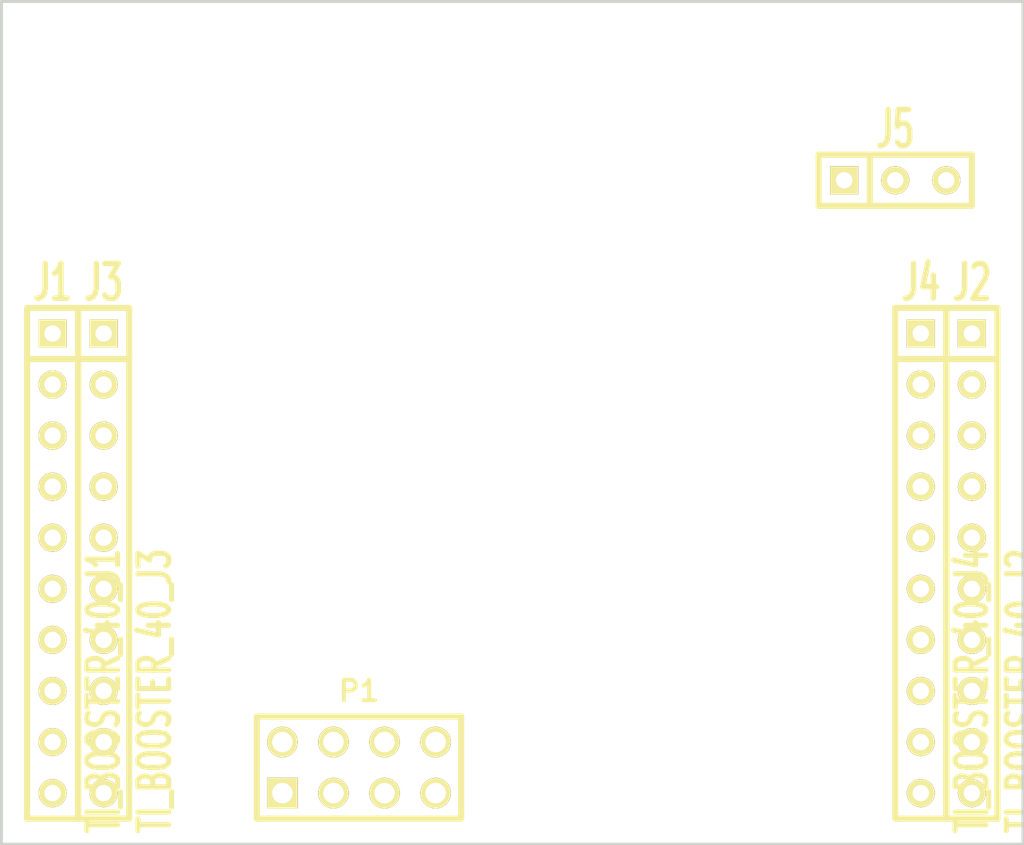
<source format=kicad_pcb>
(kicad_pcb (version 3) (host pcbnew "(22-Jun-2014 BZR 4027)-stable")

  (general
    (links 6)
    (no_connects 6)
    (area 182.804999 105.335069 233.755001 147.395001)
    (thickness 1.6)
    (drawings 9)
    (tracks 0)
    (zones 0)
    (modules 6)
    (nets 3)
  )

  (page A3)
  (layers
    (15 Front signal hide)
    (0 Back signal hide)
    (16 B.Adhes user hide)
    (17 F.Adhes user hide)
    (18 B.Paste user hide)
    (19 F.Paste user hide)
    (20 B.SilkS user hide)
    (21 F.SilkS user hide)
    (22 B.Mask user hide)
    (23 F.Mask user hide)
    (24 Dwgs.User user hide)
    (28 Edge.Cuts user)
  )

  (setup
    (last_trace_width 0.254)
    (trace_clearance 0.254)
    (zone_clearance 0.508)
    (zone_45_only no)
    (trace_min 0.254)
    (segment_width 0.20066)
    (edge_width 0.14986)
    (via_size 0.889)
    (via_drill 0.635)
    (via_min_size 0.889)
    (via_min_drill 0.508)
    (uvia_size 0.508)
    (uvia_drill 0.127)
    (uvias_allowed no)
    (uvia_min_size 0.508)
    (uvia_min_drill 0.127)
    (pcb_text_width 0.3)
    (pcb_text_size 1 1)
    (mod_edge_width 0.14986)
    (mod_text_size 1 1)
    (mod_text_width 0.15)
    (pad_size 1 1)
    (pad_drill 0.6)
    (pad_to_mask_clearance 0)
    (aux_axis_origin 0 0)
    (visible_elements 7FFFFFFF)
    (pcbplotparams
      (layerselection 3178497)
      (usegerberextensions true)
      (excludeedgelayer true)
      (linewidth 0.150000)
      (plotframeref false)
      (viasonmask false)
      (mode 1)
      (useauxorigin false)
      (hpglpennumber 1)
      (hpglpenspeed 20)
      (hpglpendiameter 15)
      (hpglpenoverlay 2)
      (psnegative false)
      (psa4output false)
      (plotreference true)
      (plotvalue true)
      (plotothertext true)
      (plotinvisibletext false)
      (padsonsilk false)
      (subtractmaskfromsilk false)
      (outputformat 1)
      (mirror false)
      (drillshape 1)
      (scaleselection 1)
      (outputdirectory ""))
  )

  (net 0 "")
  (net 1 GND)
  (net 2 VCC)

  (net_class Default "This is the default net class."
    (clearance 0.254)
    (trace_width 0.254)
    (via_dia 0.889)
    (via_drill 0.635)
    (uvia_dia 0.508)
    (uvia_drill 0.127)
    (add_net "")
    (add_net GND)
    (add_net VCC)
  )

  (module SIL-10 (layer Front) (tedit 5080DEE6) (tstamp 5080DE37)
    (at 231.14 133.35 270)
    (descr "Connecteur 10 pins")
    (tags "CONN DEV")
    (path /5080DBF4)
    (fp_text reference J2 (at -13.97 0 360) (layer F.SilkS)
      (effects (font (size 1.72974 1.08712) (thickness 0.3048)))
    )
    (fp_text value TI_BOOSTER_40_J2 (at 6.35 -2.54 270) (layer F.SilkS)
      (effects (font (size 1.524 1.016) (thickness 0.3048)))
    )
    (fp_line (start -12.7 1.27) (end -12.7 -1.27) (layer F.SilkS) (width 0.3048))
    (fp_line (start -12.7 -1.27) (end 12.7 -1.27) (layer F.SilkS) (width 0.3048))
    (fp_line (start 12.7 -1.27) (end 12.7 1.27) (layer F.SilkS) (width 0.3048))
    (fp_line (start 12.7 1.27) (end -12.7 1.27) (layer F.SilkS) (width 0.3048))
    (fp_line (start -10.16 1.27) (end -10.16 -1.27) (layer F.SilkS) (width 0.3048))
    (pad 1 thru_hole rect (at -11.43 0 270) (size 1.397 1.397) (drill 0.8128)
      (layers *.Cu *.Mask F.SilkS)
      (net 1 GND)
    )
    (pad 2 thru_hole circle (at -8.89 0 270) (size 1.397 1.397) (drill 0.8128)
      (layers *.Cu *.Mask F.SilkS)
    )
    (pad 3 thru_hole circle (at -6.35 0 270) (size 1.397 1.397) (drill 0.8128)
      (layers *.Cu *.Mask F.SilkS)
    )
    (pad 4 thru_hole circle (at -3.81 0 270) (size 1.397 1.397) (drill 0.8128)
      (layers *.Cu *.Mask F.SilkS)
    )
    (pad 5 thru_hole circle (at -1.27 0 270) (size 1.397 1.397) (drill 0.8128)
      (layers *.Cu *.Mask F.SilkS)
    )
    (pad 6 thru_hole circle (at 1.27 0 270) (size 1.397 1.397) (drill 0.8128)
      (layers *.Cu *.Mask F.SilkS)
    )
    (pad 7 thru_hole circle (at 3.81 0 270) (size 1.397 1.397) (drill 0.8128)
      (layers *.Cu *.Mask F.SilkS)
    )
    (pad 8 thru_hole circle (at 6.35 0 270) (size 1.397 1.397) (drill 0.8128)
      (layers *.Cu *.Mask F.SilkS)
    )
    (pad 9 thru_hole circle (at 8.89 0 270) (size 1.397 1.397) (drill 0.8128)
      (layers *.Cu *.Mask F.SilkS)
    )
    (pad 10 thru_hole circle (at 11.43 0 270) (size 1.397 1.397) (drill 0.8128)
      (layers *.Cu *.Mask F.SilkS)
    )
  )

  (module SIL-10 (layer Front) (tedit 5080DEED) (tstamp 5080DE4A)
    (at 228.6 133.35 270)
    (descr "Connecteur 10 pins")
    (tags "CONN DEV")
    (path /5080DC12)
    (fp_text reference J4 (at -13.97 0 360) (layer F.SilkS)
      (effects (font (size 1.72974 1.08712) (thickness 0.3048)))
    )
    (fp_text value TI_BOOSTER_40_J4 (at 6.35 -2.54 270) (layer F.SilkS)
      (effects (font (size 1.524 1.016) (thickness 0.3048)))
    )
    (fp_line (start -12.7 1.27) (end -12.7 -1.27) (layer F.SilkS) (width 0.3048))
    (fp_line (start -12.7 -1.27) (end 12.7 -1.27) (layer F.SilkS) (width 0.3048))
    (fp_line (start 12.7 -1.27) (end 12.7 1.27) (layer F.SilkS) (width 0.3048))
    (fp_line (start 12.7 1.27) (end -12.7 1.27) (layer F.SilkS) (width 0.3048))
    (fp_line (start -10.16 1.27) (end -10.16 -1.27) (layer F.SilkS) (width 0.3048))
    (pad 1 thru_hole rect (at -11.43 0 270) (size 1.397 1.397) (drill 0.8128)
      (layers *.Cu *.Mask F.SilkS)
    )
    (pad 2 thru_hole circle (at -8.89 0 270) (size 1.397 1.397) (drill 0.8128)
      (layers *.Cu *.Mask F.SilkS)
    )
    (pad 3 thru_hole circle (at -6.35 0 270) (size 1.397 1.397) (drill 0.8128)
      (layers *.Cu *.Mask F.SilkS)
    )
    (pad 4 thru_hole circle (at -3.81 0 270) (size 1.397 1.397) (drill 0.8128)
      (layers *.Cu *.Mask F.SilkS)
    )
    (pad 5 thru_hole circle (at -1.27 0 270) (size 1.397 1.397) (drill 0.8128)
      (layers *.Cu *.Mask F.SilkS)
    )
    (pad 6 thru_hole circle (at 1.27 0 270) (size 1.397 1.397) (drill 0.8128)
      (layers *.Cu *.Mask F.SilkS)
    )
    (pad 7 thru_hole circle (at 3.81 0 270) (size 1.397 1.397) (drill 0.8128)
      (layers *.Cu *.Mask F.SilkS)
    )
    (pad 8 thru_hole circle (at 6.35 0 270) (size 1.397 1.397) (drill 0.8128)
      (layers *.Cu *.Mask F.SilkS)
    )
    (pad 9 thru_hole circle (at 8.89 0 270) (size 1.397 1.397) (drill 0.8128)
      (layers *.Cu *.Mask F.SilkS)
    )
    (pad 10 thru_hole circle (at 11.43 0 270) (size 1.397 1.397) (drill 0.8128)
      (layers *.Cu *.Mask F.SilkS)
    )
  )

  (module SIL-10 (layer Front) (tedit 5080DEE0) (tstamp 5080AB71)
    (at 187.96 133.35 270)
    (descr "Connecteur 10 pins")
    (tags "CONN DEV")
    (path /5080DC03)
    (fp_text reference J3 (at -13.97 0 360) (layer F.SilkS)
      (effects (font (size 1.72974 1.08712) (thickness 0.3048)))
    )
    (fp_text value TI_BOOSTER_40_J3 (at 6.35 -2.54 270) (layer F.SilkS)
      (effects (font (size 1.524 1.016) (thickness 0.3048)))
    )
    (fp_line (start -12.7 1.27) (end -12.7 -1.27) (layer F.SilkS) (width 0.3048))
    (fp_line (start -12.7 -1.27) (end 12.7 -1.27) (layer F.SilkS) (width 0.3048))
    (fp_line (start 12.7 -1.27) (end 12.7 1.27) (layer F.SilkS) (width 0.3048))
    (fp_line (start 12.7 1.27) (end -12.7 1.27) (layer F.SilkS) (width 0.3048))
    (fp_line (start -10.16 1.27) (end -10.16 -1.27) (layer F.SilkS) (width 0.3048))
    (pad 1 thru_hole rect (at -11.43 0 270) (size 1.397 1.397) (drill 0.8128)
      (layers *.Cu *.Mask F.SilkS)
    )
    (pad 2 thru_hole circle (at -8.89 0 270) (size 1.397 1.397) (drill 0.8128)
      (layers *.Cu *.Mask F.SilkS)
      (net 1 GND)
    )
    (pad 3 thru_hole circle (at -6.35 0 270) (size 1.397 1.397) (drill 0.8128)
      (layers *.Cu *.Mask F.SilkS)
    )
    (pad 4 thru_hole circle (at -3.81 0 270) (size 1.397 1.397) (drill 0.8128)
      (layers *.Cu *.Mask F.SilkS)
    )
    (pad 5 thru_hole circle (at -1.27 0 270) (size 1.397 1.397) (drill 0.8128)
      (layers *.Cu *.Mask F.SilkS)
    )
    (pad 6 thru_hole circle (at 1.27 0 270) (size 1.397 1.397) (drill 0.8128)
      (layers *.Cu *.Mask F.SilkS)
    )
    (pad 7 thru_hole circle (at 3.81 0 270) (size 1.397 1.397) (drill 0.8128)
      (layers *.Cu *.Mask F.SilkS)
    )
    (pad 8 thru_hole circle (at 6.35 0 270) (size 1.397 1.397) (drill 0.8128)
      (layers *.Cu *.Mask F.SilkS)
    )
    (pad 9 thru_hole circle (at 8.89 0 270) (size 1.397 1.397) (drill 0.8128)
      (layers *.Cu *.Mask F.SilkS)
    )
    (pad 10 thru_hole circle (at 11.43 0 270) (size 1.397 1.397) (drill 0.8128)
      (layers *.Cu *.Mask F.SilkS)
    )
  )

  (module SIL-10 (layer Front) (tedit 5080DEDC) (tstamp 5080AB8D)
    (at 185.42 133.35 270)
    (descr "Connecteur 10 pins")
    (tags "CONN DEV")
    (path /5080DB5C)
    (fp_text reference J1 (at -13.97 0 360) (layer F.SilkS)
      (effects (font (size 1.72974 1.08712) (thickness 0.3048)))
    )
    (fp_text value TI_BOOSTER_40_J1 (at 6.35 -2.54 270) (layer F.SilkS)
      (effects (font (size 1.524 1.016) (thickness 0.3048)))
    )
    (fp_line (start -12.7 1.27) (end -12.7 -1.27) (layer F.SilkS) (width 0.3048))
    (fp_line (start -12.7 -1.27) (end 12.7 -1.27) (layer F.SilkS) (width 0.3048))
    (fp_line (start 12.7 -1.27) (end 12.7 1.27) (layer F.SilkS) (width 0.3048))
    (fp_line (start 12.7 1.27) (end -12.7 1.27) (layer F.SilkS) (width 0.3048))
    (fp_line (start -10.16 1.27) (end -10.16 -1.27) (layer F.SilkS) (width 0.3048))
    (pad 1 thru_hole rect (at -11.43 0 270) (size 1.397 1.397) (drill 0.8128)
      (layers *.Cu *.Mask F.SilkS)
      (net 2 VCC)
    )
    (pad 2 thru_hole circle (at -8.89 0 270) (size 1.397 1.397) (drill 0.8128)
      (layers *.Cu *.Mask F.SilkS)
    )
    (pad 3 thru_hole circle (at -6.35 0 270) (size 1.397 1.397) (drill 0.8128)
      (layers *.Cu *.Mask F.SilkS)
    )
    (pad 4 thru_hole circle (at -3.81 0 270) (size 1.397 1.397) (drill 0.8128)
      (layers *.Cu *.Mask F.SilkS)
    )
    (pad 5 thru_hole circle (at -1.27 0 270) (size 1.397 1.397) (drill 0.8128)
      (layers *.Cu *.Mask F.SilkS)
    )
    (pad 6 thru_hole circle (at 1.27 0 270) (size 1.397 1.397) (drill 0.8128)
      (layers *.Cu *.Mask F.SilkS)
    )
    (pad 7 thru_hole circle (at 3.81 0 270) (size 1.397 1.397) (drill 0.8128)
      (layers *.Cu *.Mask F.SilkS)
    )
    (pad 8 thru_hole circle (at 6.35 0 270) (size 1.397 1.397) (drill 0.8128)
      (layers *.Cu *.Mask F.SilkS)
    )
    (pad 9 thru_hole circle (at 8.89 0 270) (size 1.397 1.397) (drill 0.8128)
      (layers *.Cu *.Mask F.SilkS)
    )
    (pad 10 thru_hole circle (at 11.43 0 270) (size 1.397 1.397) (drill 0.8128)
      (layers *.Cu *.Mask F.SilkS)
    )
  )

  (module SIL-3 (layer Front) (tedit 200000) (tstamp 5651E026)
    (at 227.33 114.3)
    (descr "Connecteur 3 pins")
    (tags "CONN DEV")
    (path /5080A33C)
    (fp_text reference J5 (at 0 -2.54) (layer F.SilkS)
      (effects (font (size 1.7907 1.07696) (thickness 0.3048)))
    )
    (fp_text value CONN_3 (at 0 -2.54) (layer F.SilkS) hide
      (effects (font (size 1.524 1.016) (thickness 0.3048)))
    )
    (fp_line (start -3.81 1.27) (end -3.81 -1.27) (layer F.SilkS) (width 0.3048))
    (fp_line (start -3.81 -1.27) (end 3.81 -1.27) (layer F.SilkS) (width 0.3048))
    (fp_line (start 3.81 -1.27) (end 3.81 1.27) (layer F.SilkS) (width 0.3048))
    (fp_line (start 3.81 1.27) (end -3.81 1.27) (layer F.SilkS) (width 0.3048))
    (fp_line (start -1.27 -1.27) (end -1.27 1.27) (layer F.SilkS) (width 0.3048))
    (pad 1 thru_hole rect (at -2.54 0) (size 1.397 1.397) (drill 0.8128)
      (layers *.Cu *.Mask F.SilkS)
      (net 2 VCC)
    )
    (pad 2 thru_hole circle (at 0 0) (size 1.397 1.397) (drill 0.8128)
      (layers *.Cu *.Mask F.SilkS)
      (net 1 GND)
    )
    (pad 3 thru_hole circle (at 2.54 0) (size 1.397 1.397) (drill 0.8128)
      (layers *.Cu *.Mask F.SilkS)
      (net 1 GND)
    )
  )

  (module pin_array_4x2 (layer Front) (tedit 3FAB90E6) (tstamp 5651E036)
    (at 200.66 143.51)
    (descr "Double rangee de contacts 2 x 4 pins")
    (tags CONN)
    (path /5651DDBB)
    (fp_text reference P1 (at 0 -3.81) (layer F.SilkS)
      (effects (font (size 1.016 1.016) (thickness 0.2032)))
    )
    (fp_text value "NRF24L01 MODUL" (at 0 3.81) (layer F.SilkS) hide
      (effects (font (size 1.016 1.016) (thickness 0.2032)))
    )
    (fp_line (start -5.08 -2.54) (end 5.08 -2.54) (layer F.SilkS) (width 0.3048))
    (fp_line (start 5.08 -2.54) (end 5.08 2.54) (layer F.SilkS) (width 0.3048))
    (fp_line (start 5.08 2.54) (end -5.08 2.54) (layer F.SilkS) (width 0.3048))
    (fp_line (start -5.08 2.54) (end -5.08 -2.54) (layer F.SilkS) (width 0.3048))
    (pad 1 thru_hole rect (at -3.81 1.27) (size 1.524 1.524) (drill 1.016)
      (layers *.Cu *.Mask F.SilkS)
      (net 1 GND)
    )
    (pad 2 thru_hole circle (at -3.81 -1.27) (size 1.524 1.524) (drill 1.016)
      (layers *.Cu *.Mask F.SilkS)
      (net 2 VCC)
    )
    (pad 3 thru_hole circle (at -1.27 1.27) (size 1.524 1.524) (drill 1.016)
      (layers *.Cu *.Mask F.SilkS)
    )
    (pad 4 thru_hole circle (at -1.27 -1.27) (size 1.524 1.524) (drill 1.016)
      (layers *.Cu *.Mask F.SilkS)
    )
    (pad 5 thru_hole circle (at 1.27 1.27) (size 1.524 1.524) (drill 1.016)
      (layers *.Cu *.Mask F.SilkS)
    )
    (pad 6 thru_hole circle (at 1.27 -1.27) (size 1.524 1.524) (drill 1.016)
      (layers *.Cu *.Mask F.SilkS)
    )
    (pad 7 thru_hole circle (at 3.81 1.27) (size 1.524 1.524) (drill 1.016)
      (layers *.Cu *.Mask F.SilkS)
    )
    (pad 8 thru_hole circle (at 3.81 -1.27) (size 1.524 1.524) (drill 1.016)
      (layers *.Cu *.Mask F.SilkS)
    )
    (model pin_array/pins_array_4x2.wrl
      (at (xyz 0 0 0))
      (scale (xyz 1 1 1))
      (rotate (xyz 0 0 0))
    )
  )

  (gr_line (start 233.68 105.41) (end 233.68 113.03) (angle 90) (layer Edge.Cuts) (width 0.14986))
  (gr_line (start 182.88 105.41) (end 233.68 105.41) (angle 90) (layer Edge.Cuts) (width 0.14986))
  (gr_line (start 182.88 113.03) (end 182.88 105.41) (angle 90) (layer Edge.Cuts) (width 0.14986))
  (dimension 34.29 (width 0.25) (layer Dwgs.User)
    (gr_text "1.3500 in" (at 176.800001 130.175 270) (layer Dwgs.User)
      (effects (font (size 1 1) (thickness 0.25)))
    )
    (feature1 (pts (xy 182.88 147.32) (xy 175.800001 147.32)))
    (feature2 (pts (xy 182.88 113.03) (xy 175.800001 113.03)))
    (crossbar (pts (xy 177.800001 113.03) (xy 177.800001 147.32)))
    (arrow1a (pts (xy 177.800001 147.32) (xy 177.213581 146.193497)))
    (arrow1b (pts (xy 177.800001 147.32) (xy 178.386421 146.193497)))
    (arrow2a (pts (xy 177.800001 113.03) (xy 177.213581 114.156503)))
    (arrow2b (pts (xy 177.800001 113.03) (xy 178.386421 114.156503)))
  )
  (dimension 8.89 (width 0.25) (layer Dwgs.User)
    (gr_text "0.3500 in" (at 238.49 117.475 90) (layer Dwgs.User)
      (effects (font (size 1 1) (thickness 0.25)))
    )
    (feature1 (pts (xy 231.14 113.03) (xy 239.49 113.03)))
    (feature2 (pts (xy 231.14 121.92) (xy 239.49 121.92)))
    (crossbar (pts (xy 237.49 121.92) (xy 237.49 113.03)))
    (arrow1a (pts (xy 237.49 113.03) (xy 238.07642 114.156503)))
    (arrow1b (pts (xy 237.49 113.03) (xy 236.90358 114.156503)))
    (arrow2a (pts (xy 237.49 121.92) (xy 238.07642 120.793497)))
    (arrow2b (pts (xy 237.49 121.92) (xy 236.90358 120.793497)))
  )
  (gr_line (start 233.68 147.32) (end 182.88 147.32) (angle 90) (layer Edge.Cuts) (width 0.15))
  (dimension 50.8 (width 0.25) (layer Dwgs.User)
    (gr_text "2.0000 in" (at 208.28 105.680002) (layer Dwgs.User)
      (effects (font (size 1 1) (thickness 0.25)))
    )
    (feature1 (pts (xy 233.68 113.03) (xy 233.68 104.680002)))
    (feature2 (pts (xy 182.88 113.03) (xy 182.88 104.680002)))
    (crossbar (pts (xy 182.88 106.680002) (xy 233.68 106.680002)))
    (arrow1a (pts (xy 233.68 106.680002) (xy 232.553497 107.266422)))
    (arrow1b (pts (xy 233.68 106.680002) (xy 232.553497 106.093582)))
    (arrow2a (pts (xy 182.88 106.680002) (xy 184.006503 107.266422)))
    (arrow2b (pts (xy 182.88 106.680002) (xy 184.006503 106.093582)))
  )
  (gr_line (start 182.88 147.32) (end 182.88 113.03) (angle 90) (layer Edge.Cuts) (width 0.14986))
  (gr_line (start 233.68 113.03) (end 233.68 147.32) (angle 90) (layer Edge.Cuts) (width 0.14986))

)

</source>
